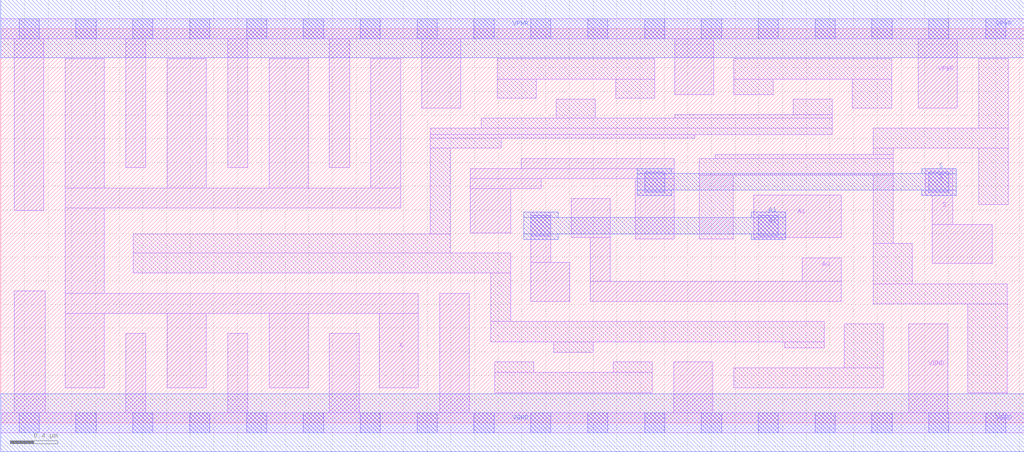
<source format=lef>
# Copyright 2020 The SkyWater PDK Authors
#
# Licensed under the Apache License, Version 2.0 (the "License");
# you may not use this file except in compliance with the License.
# You may obtain a copy of the License at
#
#     https://www.apache.org/licenses/LICENSE-2.0
#
# Unless required by applicable law or agreed to in writing, software
# distributed under the License is distributed on an "AS IS" BASIS,
# WITHOUT WARRANTIES OR CONDITIONS OF ANY KIND, either express or implied.
# See the License for the specific language governing permissions and
# limitations under the License.
#
# SPDX-License-Identifier: Apache-2.0

VERSION 5.7 ;
  NAMESCASESENSITIVE ON ;
  NOWIREEXTENSIONATPIN ON ;
  DIVIDERCHAR "/" ;
  BUSBITCHARS "[]" ;
UNITS
  DATABASE MICRONS 200 ;
END UNITS
MACRO sky130_fd_sc_lp__mux2_8
  CLASS CORE ;
  SOURCE USER ;
  FOREIGN sky130_fd_sc_lp__mux2_8 ;
  ORIGIN  0.000000  0.000000 ;
  SIZE  8.640000 BY  3.330000 ;
  SYMMETRY X Y R90 ;
  SITE unit ;
  PIN A0
    ANTENNAGATEAREA  0.492000 ;
    DIRECTION INPUT ;
    USE SIGNAL ;
    PORT
      LAYER li1 ;
        RECT 4.815000 1.565000 5.145000 1.895000 ;
        RECT 4.975000 1.025000 7.095000 1.195000 ;
        RECT 4.975000 1.195000 5.145000 1.565000 ;
        RECT 6.765000 1.195000 7.095000 1.395000 ;
    END
  END A0
  PIN A1
    ANTENNAGATEAREA  0.492000 ;
    DIRECTION INPUT ;
    USE SIGNAL ;
    PORT
      LAYER li1 ;
        RECT 4.475000 1.025000 4.805000 1.355000 ;
        RECT 4.475000 1.355000 4.645000 1.780000 ;
        RECT 6.355000 1.550000 6.595000 1.565000 ;
        RECT 6.355000 1.565000 7.095000 1.925000 ;
      LAYER mcon ;
        RECT 4.475000 1.580000 4.645000 1.750000 ;
        RECT 6.395000 1.580000 6.565000 1.750000 ;
      LAYER met1 ;
        RECT 4.415000 1.550000 4.705000 1.595000 ;
        RECT 4.415000 1.595000 6.625000 1.735000 ;
        RECT 4.415000 1.735000 4.705000 1.780000 ;
        RECT 6.335000 1.550000 6.625000 1.595000 ;
        RECT 6.335000 1.735000 6.625000 1.780000 ;
    END
  END A1
  PIN S
    ANTENNAGATEAREA  0.807000 ;
    DIRECTION INPUT ;
    USE SIGNAL ;
    PORT
      LAYER li1 ;
        RECT 3.965000 1.605000 4.305000 1.980000 ;
        RECT 3.965000 1.980000 4.565000 2.065000 ;
        RECT 3.965000 2.065000 5.685000 2.150000 ;
        RECT 4.395000 2.150000 5.685000 2.235000 ;
        RECT 5.355000 1.555000 5.685000 2.065000 ;
        RECT 7.805000 1.920000 8.035000 2.150000 ;
        RECT 7.865000 1.345000 8.370000 1.675000 ;
        RECT 7.865000 1.675000 8.035000 1.920000 ;
      LAYER mcon ;
        RECT 5.435000 1.950000 5.605000 2.120000 ;
        RECT 7.835000 1.950000 8.005000 2.120000 ;
      LAYER met1 ;
        RECT 5.375000 1.920000 5.665000 1.965000 ;
        RECT 5.375000 1.965000 8.065000 2.105000 ;
        RECT 5.375000 2.105000 5.665000 2.150000 ;
        RECT 7.775000 1.920000 8.065000 1.965000 ;
        RECT 7.775000 2.105000 8.065000 2.150000 ;
    END
  END S
  PIN X
    ANTENNADIFFAREA  2.352000 ;
    DIRECTION OUTPUT ;
    USE SIGNAL ;
    PORT
      LAYER li1 ;
        RECT 0.545000 0.295000 0.875000 0.925000 ;
        RECT 0.545000 0.925000 3.525000 1.095000 ;
        RECT 0.545000 1.095000 0.875000 1.815000 ;
        RECT 0.545000 1.815000 3.375000 1.985000 ;
        RECT 0.545000 1.985000 0.875000 3.075000 ;
        RECT 1.405000 0.295000 1.735000 0.925000 ;
        RECT 1.405000 1.985000 1.735000 3.075000 ;
        RECT 2.265000 0.295000 2.595000 0.925000 ;
        RECT 2.265000 1.985000 2.595000 3.075000 ;
        RECT 3.125000 1.985000 3.375000 3.075000 ;
        RECT 3.195000 0.295000 3.525000 0.925000 ;
    END
  END X
  PIN VGND
    DIRECTION INOUT ;
    USE GROUND ;
    PORT
      LAYER li1 ;
        RECT 0.000000 -0.085000 8.640000 0.085000 ;
        RECT 0.115000  0.085000 0.375000 1.115000 ;
        RECT 1.055000  0.085000 1.225000 0.755000 ;
        RECT 1.915000  0.085000 2.085000 0.755000 ;
        RECT 2.775000  0.085000 3.025000 0.755000 ;
        RECT 3.705000  0.085000 3.955000 1.095000 ;
        RECT 5.680000  0.085000 6.010000 0.515000 ;
        RECT 7.665000  0.085000 7.995000 0.835000 ;
      LAYER mcon ;
        RECT 0.155000 -0.085000 0.325000 0.085000 ;
        RECT 0.635000 -0.085000 0.805000 0.085000 ;
        RECT 1.115000 -0.085000 1.285000 0.085000 ;
        RECT 1.595000 -0.085000 1.765000 0.085000 ;
        RECT 2.075000 -0.085000 2.245000 0.085000 ;
        RECT 2.555000 -0.085000 2.725000 0.085000 ;
        RECT 3.035000 -0.085000 3.205000 0.085000 ;
        RECT 3.515000 -0.085000 3.685000 0.085000 ;
        RECT 3.995000 -0.085000 4.165000 0.085000 ;
        RECT 4.475000 -0.085000 4.645000 0.085000 ;
        RECT 4.955000 -0.085000 5.125000 0.085000 ;
        RECT 5.435000 -0.085000 5.605000 0.085000 ;
        RECT 5.915000 -0.085000 6.085000 0.085000 ;
        RECT 6.395000 -0.085000 6.565000 0.085000 ;
        RECT 6.875000 -0.085000 7.045000 0.085000 ;
        RECT 7.355000 -0.085000 7.525000 0.085000 ;
        RECT 7.835000 -0.085000 8.005000 0.085000 ;
        RECT 8.315000 -0.085000 8.485000 0.085000 ;
      LAYER met1 ;
        RECT 0.000000 -0.245000 8.640000 0.245000 ;
    END
  END VGND
  PIN VPWR
    DIRECTION INOUT ;
    USE POWER ;
    PORT
      LAYER li1 ;
        RECT 0.000000 3.245000 8.640000 3.415000 ;
        RECT 0.115000 1.795000 0.365000 3.245000 ;
        RECT 1.055000 2.155000 1.225000 3.245000 ;
        RECT 1.915000 2.155000 2.085000 3.245000 ;
        RECT 2.775000 2.155000 2.945000 3.245000 ;
        RECT 3.555000 2.660000 3.885000 3.245000 ;
        RECT 5.690000 2.775000 6.020000 3.245000 ;
        RECT 7.745000 2.660000 8.075000 3.245000 ;
      LAYER mcon ;
        RECT 0.155000 3.245000 0.325000 3.415000 ;
        RECT 0.635000 3.245000 0.805000 3.415000 ;
        RECT 1.115000 3.245000 1.285000 3.415000 ;
        RECT 1.595000 3.245000 1.765000 3.415000 ;
        RECT 2.075000 3.245000 2.245000 3.415000 ;
        RECT 2.555000 3.245000 2.725000 3.415000 ;
        RECT 3.035000 3.245000 3.205000 3.415000 ;
        RECT 3.515000 3.245000 3.685000 3.415000 ;
        RECT 3.995000 3.245000 4.165000 3.415000 ;
        RECT 4.475000 3.245000 4.645000 3.415000 ;
        RECT 4.955000 3.245000 5.125000 3.415000 ;
        RECT 5.435000 3.245000 5.605000 3.415000 ;
        RECT 5.915000 3.245000 6.085000 3.415000 ;
        RECT 6.395000 3.245000 6.565000 3.415000 ;
        RECT 6.875000 3.245000 7.045000 3.415000 ;
        RECT 7.355000 3.245000 7.525000 3.415000 ;
        RECT 7.835000 3.245000 8.005000 3.415000 ;
        RECT 8.315000 3.245000 8.485000 3.415000 ;
      LAYER met1 ;
        RECT 0.000000 3.085000 8.640000 3.575000 ;
    END
  END VPWR
  OBS
    LAYER li1 ;
      RECT 1.120000 1.265000 4.305000 1.435000 ;
      RECT 1.120000 1.435000 3.795000 1.595000 ;
      RECT 3.625000 1.595000 3.795000 2.320000 ;
      RECT 3.625000 2.320000 4.225000 2.405000 ;
      RECT 3.625000 2.405000 5.860000 2.435000 ;
      RECT 3.625000 2.435000 7.020000 2.490000 ;
      RECT 4.055000 2.490000 7.020000 2.575000 ;
      RECT 4.135000 0.685000 6.950000 0.855000 ;
      RECT 4.135000 0.855000 4.305000 1.265000 ;
      RECT 4.170000 0.255000 5.500000 0.425000 ;
      RECT 4.170000 0.425000 4.500000 0.515000 ;
      RECT 4.190000 2.745000 4.520000 2.905000 ;
      RECT 4.190000 2.905000 5.520000 3.075000 ;
      RECT 4.670000 0.595000 5.000000 0.685000 ;
      RECT 4.690000 2.575000 5.020000 2.735000 ;
      RECT 5.170000 0.425000 5.500000 0.515000 ;
      RECT 5.190000 2.745000 5.520000 2.905000 ;
      RECT 5.690000 2.575000 7.020000 2.605000 ;
      RECT 5.895000 1.555000 6.185000 2.095000 ;
      RECT 5.895000 2.095000 7.535000 2.235000 ;
      RECT 6.030000 2.235000 7.535000 2.265000 ;
      RECT 6.190000 0.295000 7.450000 0.465000 ;
      RECT 6.190000 2.775000 6.520000 2.905000 ;
      RECT 6.190000 2.905000 7.520000 3.075000 ;
      RECT 6.620000 0.635000 6.950000 0.685000 ;
      RECT 6.690000 2.605000 7.020000 2.735000 ;
      RECT 7.120000 0.465000 7.450000 0.835000 ;
      RECT 7.190000 2.660000 7.520000 2.905000 ;
      RECT 7.365000 1.005000 8.495000 1.175000 ;
      RECT 7.365000 1.175000 7.695000 1.515000 ;
      RECT 7.365000 1.515000 7.535000 2.095000 ;
      RECT 7.365000 2.265000 7.535000 2.320000 ;
      RECT 7.365000 2.320000 8.505000 2.490000 ;
      RECT 8.165000 0.255000 8.495000 1.005000 ;
      RECT 8.255000 1.845000 8.505000 2.320000 ;
      RECT 8.255000 2.490000 8.505000 3.075000 ;
  END
END sky130_fd_sc_lp__mux2_8

</source>
